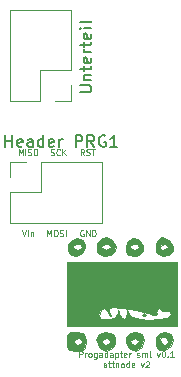
<source format=gto>
G04 #@! TF.GenerationSoftware,KiCad,Pcbnew,(5.1.8)-1*
G04 #@! TF.CreationDate,2021-02-09T21:34:11+01:00*
G04 #@! TF.ProjectId,attnodev2_prg_sml_u,6174746e-6f64-4657-9632-5f7072675f73,rev?*
G04 #@! TF.SameCoordinates,Original*
G04 #@! TF.FileFunction,Legend,Top*
G04 #@! TF.FilePolarity,Positive*
%FSLAX46Y46*%
G04 Gerber Fmt 4.6, Leading zero omitted, Abs format (unit mm)*
G04 Created by KiCad (PCBNEW (5.1.8)-1) date 2021-02-09 21:34:11*
%MOMM*%
%LPD*%
G01*
G04 APERTURE LIST*
%ADD10C,0.150000*%
%ADD11C,0.100000*%
%ADD12C,0.125000*%
%ADD13C,0.010000*%
%ADD14C,0.120000*%
G04 APERTURE END LIST*
D10*
X66482980Y-64596590D02*
X67292504Y-64596590D01*
X67387742Y-64548971D01*
X67435361Y-64501352D01*
X67482980Y-64406114D01*
X67482980Y-64215638D01*
X67435361Y-64120400D01*
X67387742Y-64072780D01*
X67292504Y-64025161D01*
X66482980Y-64025161D01*
X66816314Y-63548971D02*
X67482980Y-63548971D01*
X66911552Y-63548971D02*
X66863933Y-63501352D01*
X66816314Y-63406114D01*
X66816314Y-63263257D01*
X66863933Y-63168019D01*
X66959171Y-63120400D01*
X67482980Y-63120400D01*
X66816314Y-62787066D02*
X66816314Y-62406114D01*
X66482980Y-62644209D02*
X67340123Y-62644209D01*
X67435361Y-62596590D01*
X67482980Y-62501352D01*
X67482980Y-62406114D01*
X67435361Y-61691828D02*
X67482980Y-61787066D01*
X67482980Y-61977542D01*
X67435361Y-62072780D01*
X67340123Y-62120400D01*
X66959171Y-62120400D01*
X66863933Y-62072780D01*
X66816314Y-61977542D01*
X66816314Y-61787066D01*
X66863933Y-61691828D01*
X66959171Y-61644209D01*
X67054409Y-61644209D01*
X67149647Y-62120400D01*
X67482980Y-61215638D02*
X66816314Y-61215638D01*
X67006790Y-61215638D02*
X66911552Y-61168019D01*
X66863933Y-61120400D01*
X66816314Y-61025161D01*
X66816314Y-60929923D01*
X66816314Y-60739447D02*
X66816314Y-60358495D01*
X66482980Y-60596590D02*
X67340123Y-60596590D01*
X67435361Y-60548971D01*
X67482980Y-60453733D01*
X67482980Y-60358495D01*
X67435361Y-59644209D02*
X67482980Y-59739447D01*
X67482980Y-59929923D01*
X67435361Y-60025161D01*
X67340123Y-60072780D01*
X66959171Y-60072780D01*
X66863933Y-60025161D01*
X66816314Y-59929923D01*
X66816314Y-59739447D01*
X66863933Y-59644209D01*
X66959171Y-59596590D01*
X67054409Y-59596590D01*
X67149647Y-60072780D01*
X67482980Y-59168019D02*
X66816314Y-59168019D01*
X66482980Y-59168019D02*
X66530600Y-59215638D01*
X66578219Y-59168019D01*
X66530600Y-59120400D01*
X66482980Y-59168019D01*
X66578219Y-59168019D01*
X67482980Y-58548971D02*
X67435361Y-58644209D01*
X67340123Y-58691828D01*
X66482980Y-58691828D01*
D11*
X66802047Y-76305600D02*
X66754428Y-76281790D01*
X66683000Y-76281790D01*
X66611571Y-76305600D01*
X66563952Y-76353219D01*
X66540142Y-76400838D01*
X66516333Y-76496076D01*
X66516333Y-76567504D01*
X66540142Y-76662742D01*
X66563952Y-76710361D01*
X66611571Y-76757980D01*
X66683000Y-76781790D01*
X66730619Y-76781790D01*
X66802047Y-76757980D01*
X66825857Y-76734171D01*
X66825857Y-76567504D01*
X66730619Y-76567504D01*
X67040142Y-76781790D02*
X67040142Y-76281790D01*
X67325857Y-76781790D01*
X67325857Y-76281790D01*
X67563952Y-76781790D02*
X67563952Y-76281790D01*
X67683000Y-76281790D01*
X67754428Y-76305600D01*
X67802047Y-76353219D01*
X67825857Y-76400838D01*
X67849666Y-76496076D01*
X67849666Y-76567504D01*
X67825857Y-76662742D01*
X67802047Y-76710361D01*
X67754428Y-76757980D01*
X67683000Y-76781790D01*
X67563952Y-76781790D01*
X63730285Y-76781790D02*
X63730285Y-76281790D01*
X63896952Y-76638933D01*
X64063619Y-76281790D01*
X64063619Y-76781790D01*
X64396952Y-76281790D02*
X64492190Y-76281790D01*
X64539809Y-76305600D01*
X64587428Y-76353219D01*
X64611238Y-76448457D01*
X64611238Y-76615123D01*
X64587428Y-76710361D01*
X64539809Y-76757980D01*
X64492190Y-76781790D01*
X64396952Y-76781790D01*
X64349333Y-76757980D01*
X64301714Y-76710361D01*
X64277904Y-76615123D01*
X64277904Y-76448457D01*
X64301714Y-76353219D01*
X64349333Y-76305600D01*
X64396952Y-76281790D01*
X64801714Y-76757980D02*
X64873142Y-76781790D01*
X64992190Y-76781790D01*
X65039809Y-76757980D01*
X65063619Y-76734171D01*
X65087428Y-76686552D01*
X65087428Y-76638933D01*
X65063619Y-76591314D01*
X65039809Y-76567504D01*
X64992190Y-76543695D01*
X64896952Y-76519885D01*
X64849333Y-76496076D01*
X64825523Y-76472266D01*
X64801714Y-76424647D01*
X64801714Y-76377028D01*
X64825523Y-76329409D01*
X64849333Y-76305600D01*
X64896952Y-76281790D01*
X65016000Y-76281790D01*
X65087428Y-76305600D01*
X65301714Y-76781790D02*
X65301714Y-76281790D01*
X66858390Y-69923790D02*
X66691723Y-69685695D01*
X66572676Y-69923790D02*
X66572676Y-69423790D01*
X66763152Y-69423790D01*
X66810771Y-69447600D01*
X66834580Y-69471409D01*
X66858390Y-69519028D01*
X66858390Y-69590457D01*
X66834580Y-69638076D01*
X66810771Y-69661885D01*
X66763152Y-69685695D01*
X66572676Y-69685695D01*
X67048866Y-69899980D02*
X67120295Y-69923790D01*
X67239342Y-69923790D01*
X67286961Y-69899980D01*
X67310771Y-69876171D01*
X67334580Y-69828552D01*
X67334580Y-69780933D01*
X67310771Y-69733314D01*
X67286961Y-69709504D01*
X67239342Y-69685695D01*
X67144104Y-69661885D01*
X67096485Y-69638076D01*
X67072676Y-69614266D01*
X67048866Y-69566647D01*
X67048866Y-69519028D01*
X67072676Y-69471409D01*
X67096485Y-69447600D01*
X67144104Y-69423790D01*
X67263152Y-69423790D01*
X67334580Y-69447600D01*
X67477438Y-69423790D02*
X67763152Y-69423790D01*
X67620295Y-69923790D02*
X67620295Y-69423790D01*
X64025542Y-69899980D02*
X64096971Y-69923790D01*
X64216019Y-69923790D01*
X64263638Y-69899980D01*
X64287447Y-69876171D01*
X64311257Y-69828552D01*
X64311257Y-69780933D01*
X64287447Y-69733314D01*
X64263638Y-69709504D01*
X64216019Y-69685695D01*
X64120780Y-69661885D01*
X64073161Y-69638076D01*
X64049352Y-69614266D01*
X64025542Y-69566647D01*
X64025542Y-69519028D01*
X64049352Y-69471409D01*
X64073161Y-69447600D01*
X64120780Y-69423790D01*
X64239828Y-69423790D01*
X64311257Y-69447600D01*
X64811257Y-69876171D02*
X64787447Y-69899980D01*
X64716019Y-69923790D01*
X64668400Y-69923790D01*
X64596971Y-69899980D01*
X64549352Y-69852361D01*
X64525542Y-69804742D01*
X64501733Y-69709504D01*
X64501733Y-69638076D01*
X64525542Y-69542838D01*
X64549352Y-69495219D01*
X64596971Y-69447600D01*
X64668400Y-69423790D01*
X64716019Y-69423790D01*
X64787447Y-69447600D01*
X64811257Y-69471409D01*
X65025542Y-69923790D02*
X65025542Y-69423790D01*
X65311257Y-69923790D02*
X65096971Y-69638076D01*
X65311257Y-69423790D02*
X65025542Y-69709504D01*
X61616495Y-76281790D02*
X61783161Y-76781790D01*
X61949828Y-76281790D01*
X62116495Y-76781790D02*
X62116495Y-76448457D01*
X62116495Y-76281790D02*
X62092685Y-76305600D01*
X62116495Y-76329409D01*
X62140304Y-76305600D01*
X62116495Y-76281790D01*
X62116495Y-76329409D01*
X62354590Y-76448457D02*
X62354590Y-76781790D01*
X62354590Y-76496076D02*
X62378400Y-76472266D01*
X62426019Y-76448457D01*
X62497447Y-76448457D01*
X62545066Y-76472266D01*
X62568876Y-76519885D01*
X62568876Y-76781790D01*
X61317285Y-69923790D02*
X61317285Y-69423790D01*
X61483952Y-69780933D01*
X61650619Y-69423790D01*
X61650619Y-69923790D01*
X61888714Y-69923790D02*
X61888714Y-69423790D01*
X62103000Y-69899980D02*
X62174428Y-69923790D01*
X62293476Y-69923790D01*
X62341095Y-69899980D01*
X62364904Y-69876171D01*
X62388714Y-69828552D01*
X62388714Y-69780933D01*
X62364904Y-69733314D01*
X62341095Y-69709504D01*
X62293476Y-69685695D01*
X62198238Y-69661885D01*
X62150619Y-69638076D01*
X62126809Y-69614266D01*
X62103000Y-69566647D01*
X62103000Y-69519028D01*
X62126809Y-69471409D01*
X62150619Y-69447600D01*
X62198238Y-69423790D01*
X62317285Y-69423790D01*
X62388714Y-69447600D01*
X62698238Y-69423790D02*
X62793476Y-69423790D01*
X62841095Y-69447600D01*
X62888714Y-69495219D01*
X62912523Y-69590457D01*
X62912523Y-69757123D01*
X62888714Y-69852361D01*
X62841095Y-69899980D01*
X62793476Y-69923790D01*
X62698238Y-69923790D01*
X62650619Y-69899980D01*
X62603000Y-69852361D01*
X62579190Y-69757123D01*
X62579190Y-69590457D01*
X62603000Y-69495219D01*
X62650619Y-69447600D01*
X62698238Y-69423790D01*
D12*
X66446104Y-87012290D02*
X66446104Y-86512290D01*
X66636580Y-86512290D01*
X66684200Y-86536100D01*
X66708009Y-86559909D01*
X66731819Y-86607528D01*
X66731819Y-86678957D01*
X66708009Y-86726576D01*
X66684200Y-86750385D01*
X66636580Y-86774195D01*
X66446104Y-86774195D01*
X66946104Y-87012290D02*
X66946104Y-86678957D01*
X66946104Y-86774195D02*
X66969914Y-86726576D01*
X66993723Y-86702766D01*
X67041342Y-86678957D01*
X67088961Y-86678957D01*
X67327057Y-87012290D02*
X67279438Y-86988480D01*
X67255628Y-86964671D01*
X67231819Y-86917052D01*
X67231819Y-86774195D01*
X67255628Y-86726576D01*
X67279438Y-86702766D01*
X67327057Y-86678957D01*
X67398485Y-86678957D01*
X67446104Y-86702766D01*
X67469914Y-86726576D01*
X67493723Y-86774195D01*
X67493723Y-86917052D01*
X67469914Y-86964671D01*
X67446104Y-86988480D01*
X67398485Y-87012290D01*
X67327057Y-87012290D01*
X67922295Y-86678957D02*
X67922295Y-87083719D01*
X67898485Y-87131338D01*
X67874676Y-87155147D01*
X67827057Y-87178957D01*
X67755628Y-87178957D01*
X67708009Y-87155147D01*
X67922295Y-86988480D02*
X67874676Y-87012290D01*
X67779438Y-87012290D01*
X67731819Y-86988480D01*
X67708009Y-86964671D01*
X67684200Y-86917052D01*
X67684200Y-86774195D01*
X67708009Y-86726576D01*
X67731819Y-86702766D01*
X67779438Y-86678957D01*
X67874676Y-86678957D01*
X67922295Y-86702766D01*
X68374676Y-87012290D02*
X68374676Y-86750385D01*
X68350866Y-86702766D01*
X68303247Y-86678957D01*
X68208009Y-86678957D01*
X68160390Y-86702766D01*
X68374676Y-86988480D02*
X68327057Y-87012290D01*
X68208009Y-87012290D01*
X68160390Y-86988480D01*
X68136580Y-86940861D01*
X68136580Y-86893242D01*
X68160390Y-86845623D01*
X68208009Y-86821814D01*
X68327057Y-86821814D01*
X68374676Y-86798004D01*
X68827057Y-87012290D02*
X68827057Y-86512290D01*
X68827057Y-86988480D02*
X68779438Y-87012290D01*
X68684200Y-87012290D01*
X68636580Y-86988480D01*
X68612771Y-86964671D01*
X68588961Y-86917052D01*
X68588961Y-86774195D01*
X68612771Y-86726576D01*
X68636580Y-86702766D01*
X68684200Y-86678957D01*
X68779438Y-86678957D01*
X68827057Y-86702766D01*
X69279438Y-87012290D02*
X69279438Y-86750385D01*
X69255628Y-86702766D01*
X69208009Y-86678957D01*
X69112771Y-86678957D01*
X69065152Y-86702766D01*
X69279438Y-86988480D02*
X69231819Y-87012290D01*
X69112771Y-87012290D01*
X69065152Y-86988480D01*
X69041342Y-86940861D01*
X69041342Y-86893242D01*
X69065152Y-86845623D01*
X69112771Y-86821814D01*
X69231819Y-86821814D01*
X69279438Y-86798004D01*
X69517533Y-86678957D02*
X69517533Y-87178957D01*
X69517533Y-86702766D02*
X69565152Y-86678957D01*
X69660390Y-86678957D01*
X69708009Y-86702766D01*
X69731819Y-86726576D01*
X69755628Y-86774195D01*
X69755628Y-86917052D01*
X69731819Y-86964671D01*
X69708009Y-86988480D01*
X69660390Y-87012290D01*
X69565152Y-87012290D01*
X69517533Y-86988480D01*
X69898485Y-86678957D02*
X70088961Y-86678957D01*
X69969914Y-86512290D02*
X69969914Y-86940861D01*
X69993723Y-86988480D01*
X70041342Y-87012290D01*
X70088961Y-87012290D01*
X70446104Y-86988480D02*
X70398485Y-87012290D01*
X70303247Y-87012290D01*
X70255628Y-86988480D01*
X70231819Y-86940861D01*
X70231819Y-86750385D01*
X70255628Y-86702766D01*
X70303247Y-86678957D01*
X70398485Y-86678957D01*
X70446104Y-86702766D01*
X70469914Y-86750385D01*
X70469914Y-86798004D01*
X70231819Y-86845623D01*
X70684200Y-87012290D02*
X70684200Y-86678957D01*
X70684200Y-86774195D02*
X70708009Y-86726576D01*
X70731819Y-86702766D01*
X70779438Y-86678957D01*
X70827057Y-86678957D01*
X71350866Y-86988480D02*
X71398485Y-87012290D01*
X71493723Y-87012290D01*
X71541342Y-86988480D01*
X71565152Y-86940861D01*
X71565152Y-86917052D01*
X71541342Y-86869433D01*
X71493723Y-86845623D01*
X71422295Y-86845623D01*
X71374676Y-86821814D01*
X71350866Y-86774195D01*
X71350866Y-86750385D01*
X71374676Y-86702766D01*
X71422295Y-86678957D01*
X71493723Y-86678957D01*
X71541342Y-86702766D01*
X71779438Y-87012290D02*
X71779438Y-86678957D01*
X71779438Y-86726576D02*
X71803247Y-86702766D01*
X71850866Y-86678957D01*
X71922295Y-86678957D01*
X71969914Y-86702766D01*
X71993723Y-86750385D01*
X71993723Y-87012290D01*
X71993723Y-86750385D02*
X72017533Y-86702766D01*
X72065152Y-86678957D01*
X72136580Y-86678957D01*
X72184200Y-86702766D01*
X72208009Y-86750385D01*
X72208009Y-87012290D01*
X72517533Y-87012290D02*
X72469914Y-86988480D01*
X72446104Y-86940861D01*
X72446104Y-86512290D01*
X73041342Y-86678957D02*
X73160390Y-87012290D01*
X73279438Y-86678957D01*
X73565152Y-86512290D02*
X73612771Y-86512290D01*
X73660390Y-86536100D01*
X73684200Y-86559909D01*
X73708009Y-86607528D01*
X73731819Y-86702766D01*
X73731819Y-86821814D01*
X73708009Y-86917052D01*
X73684200Y-86964671D01*
X73660390Y-86988480D01*
X73612771Y-87012290D01*
X73565152Y-87012290D01*
X73517533Y-86988480D01*
X73493723Y-86964671D01*
X73469914Y-86917052D01*
X73446104Y-86821814D01*
X73446104Y-86702766D01*
X73469914Y-86607528D01*
X73493723Y-86559909D01*
X73517533Y-86536100D01*
X73565152Y-86512290D01*
X73946104Y-86964671D02*
X73969914Y-86988480D01*
X73946104Y-87012290D01*
X73922295Y-86988480D01*
X73946104Y-86964671D01*
X73946104Y-87012290D01*
X74446104Y-87012290D02*
X74160390Y-87012290D01*
X74303247Y-87012290D02*
X74303247Y-86512290D01*
X74255628Y-86583719D01*
X74208009Y-86631338D01*
X74160390Y-86655147D01*
X68743723Y-87887290D02*
X68743723Y-87625385D01*
X68719914Y-87577766D01*
X68672295Y-87553957D01*
X68577057Y-87553957D01*
X68529438Y-87577766D01*
X68743723Y-87863480D02*
X68696104Y-87887290D01*
X68577057Y-87887290D01*
X68529438Y-87863480D01*
X68505628Y-87815861D01*
X68505628Y-87768242D01*
X68529438Y-87720623D01*
X68577057Y-87696814D01*
X68696104Y-87696814D01*
X68743723Y-87673004D01*
X68910390Y-87553957D02*
X69100866Y-87553957D01*
X68981819Y-87387290D02*
X68981819Y-87815861D01*
X69005628Y-87863480D01*
X69053247Y-87887290D01*
X69100866Y-87887290D01*
X69196104Y-87553957D02*
X69386580Y-87553957D01*
X69267533Y-87387290D02*
X69267533Y-87815861D01*
X69291342Y-87863480D01*
X69338961Y-87887290D01*
X69386580Y-87887290D01*
X69553247Y-87553957D02*
X69553247Y-87887290D01*
X69553247Y-87601576D02*
X69577057Y-87577766D01*
X69624676Y-87553957D01*
X69696104Y-87553957D01*
X69743723Y-87577766D01*
X69767533Y-87625385D01*
X69767533Y-87887290D01*
X70077057Y-87887290D02*
X70029438Y-87863480D01*
X70005628Y-87839671D01*
X69981819Y-87792052D01*
X69981819Y-87649195D01*
X70005628Y-87601576D01*
X70029438Y-87577766D01*
X70077057Y-87553957D01*
X70148485Y-87553957D01*
X70196104Y-87577766D01*
X70219914Y-87601576D01*
X70243723Y-87649195D01*
X70243723Y-87792052D01*
X70219914Y-87839671D01*
X70196104Y-87863480D01*
X70148485Y-87887290D01*
X70077057Y-87887290D01*
X70672295Y-87887290D02*
X70672295Y-87387290D01*
X70672295Y-87863480D02*
X70624676Y-87887290D01*
X70529438Y-87887290D01*
X70481819Y-87863480D01*
X70458009Y-87839671D01*
X70434200Y-87792052D01*
X70434200Y-87649195D01*
X70458009Y-87601576D01*
X70481819Y-87577766D01*
X70529438Y-87553957D01*
X70624676Y-87553957D01*
X70672295Y-87577766D01*
X71100866Y-87863480D02*
X71053247Y-87887290D01*
X70958009Y-87887290D01*
X70910390Y-87863480D01*
X70886580Y-87815861D01*
X70886580Y-87625385D01*
X70910390Y-87577766D01*
X70958009Y-87553957D01*
X71053247Y-87553957D01*
X71100866Y-87577766D01*
X71124676Y-87625385D01*
X71124676Y-87673004D01*
X70886580Y-87720623D01*
X71672295Y-87553957D02*
X71791342Y-87887290D01*
X71910390Y-87553957D01*
X72077057Y-87434909D02*
X72100866Y-87411100D01*
X72148485Y-87387290D01*
X72267533Y-87387290D01*
X72315152Y-87411100D01*
X72338961Y-87434909D01*
X72362771Y-87482528D01*
X72362771Y-87530147D01*
X72338961Y-87601576D01*
X72053247Y-87887290D01*
X72362771Y-87887290D01*
D13*
G36*
X66751172Y-84961071D02*
G01*
X66960574Y-85273578D01*
X66985147Y-85696926D01*
X66918896Y-86265057D01*
X66606389Y-86474459D01*
X66183042Y-86499032D01*
X65614911Y-86432781D01*
X65405509Y-86120274D01*
X65380936Y-85696926D01*
X65383274Y-85676874D01*
X65966919Y-85676874D01*
X66095983Y-85920671D01*
X66316726Y-85964295D01*
X66649485Y-85828632D01*
X66666533Y-85676874D01*
X66390507Y-85400639D01*
X66316726Y-85389453D01*
X66003227Y-85597604D01*
X65966919Y-85676874D01*
X65383274Y-85676874D01*
X65447187Y-85128795D01*
X65759694Y-84919394D01*
X66183042Y-84894821D01*
X66751172Y-84961071D01*
G37*
X66751172Y-84961071D02*
X66960574Y-85273578D01*
X66985147Y-85696926D01*
X66918896Y-86265057D01*
X66606389Y-86474459D01*
X66183042Y-86499032D01*
X65614911Y-86432781D01*
X65405509Y-86120274D01*
X65380936Y-85696926D01*
X65383274Y-85676874D01*
X65966919Y-85676874D01*
X66095983Y-85920671D01*
X66316726Y-85964295D01*
X66649485Y-85828632D01*
X66666533Y-85676874D01*
X66390507Y-85400639D01*
X66316726Y-85389453D01*
X66003227Y-85597604D01*
X65966919Y-85676874D01*
X65383274Y-85676874D01*
X65447187Y-85128795D01*
X65759694Y-84919394D01*
X66183042Y-84894821D01*
X66751172Y-84961071D01*
G36*
X69271482Y-85064359D02*
G01*
X69501154Y-85329762D01*
X69480864Y-85892713D01*
X69123902Y-86359905D01*
X68723042Y-86499032D01*
X68275955Y-86312196D01*
X68082745Y-86131867D01*
X67926377Y-85676874D01*
X68373235Y-85676874D01*
X68502299Y-85920671D01*
X68723042Y-85964295D01*
X69055801Y-85828632D01*
X69072849Y-85676874D01*
X68796822Y-85400639D01*
X68723042Y-85389453D01*
X68409543Y-85597604D01*
X68373235Y-85676874D01*
X67926377Y-85676874D01*
X67894313Y-85583579D01*
X68130345Y-85108480D01*
X68693188Y-84895237D01*
X68723042Y-84894821D01*
X69271482Y-85064359D01*
G37*
X69271482Y-85064359D02*
X69501154Y-85329762D01*
X69480864Y-85892713D01*
X69123902Y-86359905D01*
X68723042Y-86499032D01*
X68275955Y-86312196D01*
X68082745Y-86131867D01*
X67926377Y-85676874D01*
X68373235Y-85676874D01*
X68502299Y-85920671D01*
X68723042Y-85964295D01*
X69055801Y-85828632D01*
X69072849Y-85676874D01*
X68796822Y-85400639D01*
X68723042Y-85389453D01*
X68409543Y-85597604D01*
X68373235Y-85676874D01*
X67926377Y-85676874D01*
X67894313Y-85583579D01*
X68130345Y-85108480D01*
X68693188Y-84895237D01*
X68723042Y-84894821D01*
X69271482Y-85064359D01*
G36*
X71756689Y-85107244D02*
G01*
X71949285Y-85592585D01*
X71776949Y-86122947D01*
X71769654Y-86131867D01*
X71234809Y-86475002D01*
X70715563Y-86309862D01*
X70482857Y-86005254D01*
X70438681Y-85676874D01*
X70779550Y-85676874D01*
X70908614Y-85920671D01*
X71129357Y-85964295D01*
X71462116Y-85828632D01*
X71479164Y-85676874D01*
X71203138Y-85400639D01*
X71129357Y-85389453D01*
X70815859Y-85597604D01*
X70779550Y-85676874D01*
X70438681Y-85676874D01*
X70405201Y-85428010D01*
X70760994Y-85014456D01*
X71287910Y-84894821D01*
X71756689Y-85107244D01*
G37*
X71756689Y-85107244D02*
X71949285Y-85592585D01*
X71776949Y-86122947D01*
X71769654Y-86131867D01*
X71234809Y-86475002D01*
X70715563Y-86309862D01*
X70482857Y-86005254D01*
X70438681Y-85676874D01*
X70779550Y-85676874D01*
X70908614Y-85920671D01*
X71129357Y-85964295D01*
X71462116Y-85828632D01*
X71479164Y-85676874D01*
X71203138Y-85400639D01*
X71129357Y-85389453D01*
X70815859Y-85597604D01*
X70779550Y-85676874D01*
X70438681Y-85676874D01*
X70405201Y-85428010D01*
X70760994Y-85014456D01*
X71287910Y-84894821D01*
X71756689Y-85107244D01*
G36*
X74215304Y-85095280D02*
G01*
X74412054Y-85570373D01*
X74201268Y-86101384D01*
X73686498Y-86457367D01*
X73198211Y-86398738D01*
X72963940Y-86097979D01*
X72932155Y-85610058D01*
X73247953Y-85610058D01*
X73461929Y-85900469D01*
X73685137Y-85964295D01*
X73931898Y-85784905D01*
X73936726Y-85741488D01*
X73762312Y-85354014D01*
X73400260Y-85300207D01*
X73360335Y-85321617D01*
X73247953Y-85610058D01*
X72932155Y-85610058D01*
X72921331Y-85443907D01*
X73266992Y-84996289D01*
X73669357Y-84894821D01*
X74215304Y-85095280D01*
G37*
X74215304Y-85095280D02*
X74412054Y-85570373D01*
X74201268Y-86101384D01*
X73686498Y-86457367D01*
X73198211Y-86398738D01*
X72963940Y-86097979D01*
X72932155Y-85610058D01*
X73247953Y-85610058D01*
X73461929Y-85900469D01*
X73685137Y-85964295D01*
X73931898Y-85784905D01*
X73936726Y-85741488D01*
X73762312Y-85354014D01*
X73400260Y-85300207D01*
X73360335Y-85321617D01*
X73247953Y-85610058D01*
X72932155Y-85610058D01*
X72921331Y-85443907D01*
X73266992Y-84996289D01*
X73669357Y-84894821D01*
X74215304Y-85095280D01*
G36*
X74738831Y-84360084D02*
G01*
X65380936Y-84360084D01*
X65380936Y-83543110D01*
X68081060Y-83543110D01*
X68285223Y-83773236D01*
X68856726Y-83825347D01*
X69477007Y-83718684D01*
X69689286Y-83365269D01*
X69689846Y-83357453D01*
X69727192Y-83027936D01*
X69806114Y-83217801D01*
X69843135Y-83357453D01*
X70063374Y-83753951D01*
X70213172Y-83825347D01*
X70438431Y-83603340D01*
X70491951Y-83357453D01*
X70529297Y-83027936D01*
X70608219Y-83217801D01*
X70645240Y-83357453D01*
X70950083Y-83629069D01*
X71587829Y-83801600D01*
X72394628Y-83873287D01*
X73206631Y-83842369D01*
X73859985Y-83707085D01*
X74190841Y-83465675D01*
X74204094Y-83395689D01*
X74039699Y-83092106D01*
X73803042Y-83119930D01*
X73459145Y-83118065D01*
X73401989Y-82999071D01*
X73237110Y-82848477D01*
X73130259Y-82892253D01*
X72966608Y-83197910D01*
X72997849Y-83285614D01*
X72909508Y-83432126D01*
X72667999Y-83421280D01*
X72271173Y-83319811D01*
X72198831Y-83276945D01*
X71944138Y-83179166D01*
X71225122Y-83039499D01*
X70109384Y-82870876D01*
X69990566Y-82854550D01*
X69288064Y-82782306D01*
X68991391Y-82851074D01*
X68980982Y-83102344D01*
X69008122Y-83195449D01*
X69104383Y-83538158D01*
X68999273Y-83429386D01*
X68845676Y-83191690D01*
X68560313Y-82867079D01*
X68331053Y-83003481D01*
X68294846Y-83058006D01*
X68081060Y-83543110D01*
X65380936Y-83543110D01*
X65380936Y-79012716D01*
X74738831Y-79012716D01*
X74738831Y-84360084D01*
G37*
X74738831Y-84360084D02*
X65380936Y-84360084D01*
X65380936Y-83543110D01*
X68081060Y-83543110D01*
X68285223Y-83773236D01*
X68856726Y-83825347D01*
X69477007Y-83718684D01*
X69689286Y-83365269D01*
X69689846Y-83357453D01*
X69727192Y-83027936D01*
X69806114Y-83217801D01*
X69843135Y-83357453D01*
X70063374Y-83753951D01*
X70213172Y-83825347D01*
X70438431Y-83603340D01*
X70491951Y-83357453D01*
X70529297Y-83027936D01*
X70608219Y-83217801D01*
X70645240Y-83357453D01*
X70950083Y-83629069D01*
X71587829Y-83801600D01*
X72394628Y-83873287D01*
X73206631Y-83842369D01*
X73859985Y-83707085D01*
X74190841Y-83465675D01*
X74204094Y-83395689D01*
X74039699Y-83092106D01*
X73803042Y-83119930D01*
X73459145Y-83118065D01*
X73401989Y-82999071D01*
X73237110Y-82848477D01*
X73130259Y-82892253D01*
X72966608Y-83197910D01*
X72997849Y-83285614D01*
X72909508Y-83432126D01*
X72667999Y-83421280D01*
X72271173Y-83319811D01*
X72198831Y-83276945D01*
X71944138Y-83179166D01*
X71225122Y-83039499D01*
X70109384Y-82870876D01*
X69990566Y-82854550D01*
X69288064Y-82782306D01*
X68991391Y-82851074D01*
X68980982Y-83102344D01*
X69008122Y-83195449D01*
X69104383Y-83538158D01*
X68999273Y-83429386D01*
X68845676Y-83191690D01*
X68560313Y-82867079D01*
X68331053Y-83003481D01*
X68294846Y-83058006D01*
X68081060Y-83543110D01*
X65380936Y-83543110D01*
X65380936Y-79012716D01*
X74738831Y-79012716D01*
X74738831Y-84360084D01*
G36*
X66729229Y-77069477D02*
G01*
X66946274Y-77546005D01*
X66937057Y-77741520D01*
X66673911Y-78223992D01*
X66194934Y-78447202D01*
X65711923Y-78362785D01*
X65476864Y-78074946D01*
X65503018Y-77675874D01*
X65915673Y-77675874D01*
X66132230Y-77913077D01*
X66316726Y-77943242D01*
X66672531Y-77798871D01*
X66717778Y-77675874D01*
X66501221Y-77438670D01*
X66316726Y-77408505D01*
X65960920Y-77552876D01*
X65915673Y-77675874D01*
X65503018Y-77675874D01*
X65511635Y-77544398D01*
X65724696Y-77217528D01*
X66263536Y-76934700D01*
X66729229Y-77069477D01*
G37*
X66729229Y-77069477D02*
X66946274Y-77546005D01*
X66937057Y-77741520D01*
X66673911Y-78223992D01*
X66194934Y-78447202D01*
X65711923Y-78362785D01*
X65476864Y-78074946D01*
X65503018Y-77675874D01*
X65915673Y-77675874D01*
X66132230Y-77913077D01*
X66316726Y-77943242D01*
X66672531Y-77798871D01*
X66717778Y-77675874D01*
X66501221Y-77438670D01*
X66316726Y-77408505D01*
X65960920Y-77552876D01*
X65915673Y-77675874D01*
X65503018Y-77675874D01*
X65511635Y-77544398D01*
X65724696Y-77217528D01*
X66263536Y-76934700D01*
X66729229Y-77069477D01*
G36*
X69227263Y-77099001D02*
G01*
X69521318Y-77610093D01*
X69501154Y-78043038D01*
X69130336Y-78390417D01*
X68567708Y-78455598D01*
X68075673Y-78238580D01*
X67944929Y-78043038D01*
X67958162Y-77675874D01*
X68321989Y-77675874D01*
X68538546Y-77913077D01*
X68723042Y-77943242D01*
X69078847Y-77798871D01*
X69124094Y-77675874D01*
X68907537Y-77438670D01*
X68723042Y-77408505D01*
X68367236Y-77552876D01*
X68321989Y-77675874D01*
X67958162Y-77675874D01*
X67965219Y-77480087D01*
X68322181Y-77012895D01*
X68723042Y-76873768D01*
X69227263Y-77099001D01*
G37*
X69227263Y-77099001D02*
X69521318Y-77610093D01*
X69501154Y-78043038D01*
X69130336Y-78390417D01*
X68567708Y-78455598D01*
X68075673Y-78238580D01*
X67944929Y-78043038D01*
X67958162Y-77675874D01*
X68321989Y-77675874D01*
X68538546Y-77913077D01*
X68723042Y-77943242D01*
X69078847Y-77798871D01*
X69124094Y-77675874D01*
X68907537Y-77438670D01*
X68723042Y-77408505D01*
X68367236Y-77552876D01*
X68321989Y-77675874D01*
X67958162Y-77675874D01*
X67965219Y-77480087D01*
X68322181Y-77012895D01*
X68723042Y-76873768D01*
X69227263Y-77099001D01*
G36*
X71423415Y-77021779D02*
G01*
X71447908Y-77036592D01*
X71884271Y-77512679D01*
X71887582Y-78013685D01*
X71484973Y-78366391D01*
X71230355Y-78425600D01*
X70614150Y-78351954D01*
X70379772Y-78117378D01*
X70402976Y-77675874D01*
X70728305Y-77675874D01*
X70944862Y-77913077D01*
X71129357Y-77943242D01*
X71485163Y-77798871D01*
X71530410Y-77675874D01*
X71313853Y-77438670D01*
X71129357Y-77408505D01*
X70773552Y-77552876D01*
X70728305Y-77675874D01*
X70402976Y-77675874D01*
X70406369Y-77611317D01*
X70597325Y-77233967D01*
X70979607Y-76901362D01*
X71423415Y-77021779D01*
G37*
X71423415Y-77021779D02*
X71447908Y-77036592D01*
X71884271Y-77512679D01*
X71887582Y-78013685D01*
X71484973Y-78366391D01*
X71230355Y-78425600D01*
X70614150Y-78351954D01*
X70379772Y-78117378D01*
X70402976Y-77675874D01*
X70728305Y-77675874D01*
X70944862Y-77913077D01*
X71129357Y-77943242D01*
X71485163Y-77798871D01*
X71530410Y-77675874D01*
X71313853Y-77438670D01*
X71129357Y-77408505D01*
X70773552Y-77552876D01*
X70728305Y-77675874D01*
X70402976Y-77675874D01*
X70406369Y-77611317D01*
X70597325Y-77233967D01*
X70979607Y-76901362D01*
X71423415Y-77021779D01*
G36*
X74016016Y-77090421D02*
G01*
X74360935Y-77583600D01*
X74376082Y-78073521D01*
X74014367Y-78405500D01*
X73476460Y-78448996D01*
X73035236Y-78203350D01*
X72963940Y-78076926D01*
X72931579Y-77675874D01*
X73268305Y-77675874D01*
X73328917Y-77904768D01*
X73519894Y-77943242D01*
X73885711Y-77803649D01*
X73936726Y-77675874D01*
X73744828Y-77416158D01*
X73685137Y-77408505D01*
X73323030Y-77602855D01*
X73268305Y-77675874D01*
X72931579Y-77675874D01*
X72915038Y-77470883D01*
X73167100Y-77003145D01*
X73494544Y-76873768D01*
X74016016Y-77090421D01*
G37*
X74016016Y-77090421D02*
X74360935Y-77583600D01*
X74376082Y-78073521D01*
X74014367Y-78405500D01*
X73476460Y-78448996D01*
X73035236Y-78203350D01*
X72963940Y-78076926D01*
X72931579Y-77675874D01*
X73268305Y-77675874D01*
X73328917Y-77904768D01*
X73519894Y-77943242D01*
X73885711Y-77803649D01*
X73936726Y-77675874D01*
X73744828Y-77416158D01*
X73685137Y-77408505D01*
X73323030Y-77602855D01*
X73268305Y-77675874D01*
X72931579Y-77675874D01*
X72915038Y-77470883D01*
X73167100Y-77003145D01*
X73494544Y-76873768D01*
X74016016Y-77090421D01*
G36*
X72065147Y-83424295D02*
G01*
X71931463Y-83557979D01*
X71797778Y-83424295D01*
X71931463Y-83290610D01*
X72065147Y-83424295D01*
G37*
X72065147Y-83424295D02*
X71931463Y-83557979D01*
X71797778Y-83424295D01*
X71931463Y-83290610D01*
X72065147Y-83424295D01*
D14*
X60620600Y-71800000D02*
X60620600Y-70470000D01*
X60620600Y-70470000D02*
X61950600Y-70470000D01*
X60620600Y-73070000D02*
X63220600Y-73070000D01*
X63220600Y-73070000D02*
X63220600Y-70470000D01*
X63220600Y-70470000D02*
X68360600Y-70470000D01*
X68360600Y-75670000D02*
X68360600Y-70470000D01*
X60620600Y-75670000D02*
X68360600Y-75670000D01*
X60620600Y-75670000D02*
X60620600Y-73070000D01*
X65769800Y-65338000D02*
X64439800Y-65338000D01*
X65769800Y-64008000D02*
X65769800Y-65338000D01*
X63169800Y-65338000D02*
X60569800Y-65338000D01*
X63169800Y-62738000D02*
X63169800Y-65338000D01*
X65769800Y-62738000D02*
X63169800Y-62738000D01*
X60569800Y-65338000D02*
X60569800Y-57598000D01*
X65769800Y-62738000D02*
X65769800Y-57598000D01*
X65769800Y-57598000D02*
X60569800Y-57598000D01*
D10*
X60182714Y-69235580D02*
X60182714Y-68235580D01*
X60182714Y-68711771D02*
X60754142Y-68711771D01*
X60754142Y-69235580D02*
X60754142Y-68235580D01*
X61611285Y-69187961D02*
X61516047Y-69235580D01*
X61325571Y-69235580D01*
X61230333Y-69187961D01*
X61182714Y-69092723D01*
X61182714Y-68711771D01*
X61230333Y-68616533D01*
X61325571Y-68568914D01*
X61516047Y-68568914D01*
X61611285Y-68616533D01*
X61658904Y-68711771D01*
X61658904Y-68807009D01*
X61182714Y-68902247D01*
X62516047Y-69235580D02*
X62516047Y-68711771D01*
X62468428Y-68616533D01*
X62373190Y-68568914D01*
X62182714Y-68568914D01*
X62087476Y-68616533D01*
X62516047Y-69187961D02*
X62420809Y-69235580D01*
X62182714Y-69235580D01*
X62087476Y-69187961D01*
X62039857Y-69092723D01*
X62039857Y-68997485D01*
X62087476Y-68902247D01*
X62182714Y-68854628D01*
X62420809Y-68854628D01*
X62516047Y-68807009D01*
X63420809Y-69235580D02*
X63420809Y-68235580D01*
X63420809Y-69187961D02*
X63325571Y-69235580D01*
X63135095Y-69235580D01*
X63039857Y-69187961D01*
X62992238Y-69140342D01*
X62944619Y-69045104D01*
X62944619Y-68759390D01*
X62992238Y-68664152D01*
X63039857Y-68616533D01*
X63135095Y-68568914D01*
X63325571Y-68568914D01*
X63420809Y-68616533D01*
X64277952Y-69187961D02*
X64182714Y-69235580D01*
X63992238Y-69235580D01*
X63897000Y-69187961D01*
X63849380Y-69092723D01*
X63849380Y-68711771D01*
X63897000Y-68616533D01*
X63992238Y-68568914D01*
X64182714Y-68568914D01*
X64277952Y-68616533D01*
X64325571Y-68711771D01*
X64325571Y-68807009D01*
X63849380Y-68902247D01*
X64754142Y-69235580D02*
X64754142Y-68568914D01*
X64754142Y-68759390D02*
X64801761Y-68664152D01*
X64849380Y-68616533D01*
X64944619Y-68568914D01*
X65039857Y-68568914D01*
X66135095Y-69235580D02*
X66135095Y-68235580D01*
X66516047Y-68235580D01*
X66611285Y-68283200D01*
X66658904Y-68330819D01*
X66706523Y-68426057D01*
X66706523Y-68568914D01*
X66658904Y-68664152D01*
X66611285Y-68711771D01*
X66516047Y-68759390D01*
X66135095Y-68759390D01*
X67706523Y-69235580D02*
X67373190Y-68759390D01*
X67135095Y-69235580D02*
X67135095Y-68235580D01*
X67516047Y-68235580D01*
X67611285Y-68283200D01*
X67658904Y-68330819D01*
X67706523Y-68426057D01*
X67706523Y-68568914D01*
X67658904Y-68664152D01*
X67611285Y-68711771D01*
X67516047Y-68759390D01*
X67135095Y-68759390D01*
X68658904Y-68283200D02*
X68563666Y-68235580D01*
X68420809Y-68235580D01*
X68277952Y-68283200D01*
X68182714Y-68378438D01*
X68135095Y-68473676D01*
X68087476Y-68664152D01*
X68087476Y-68807009D01*
X68135095Y-68997485D01*
X68182714Y-69092723D01*
X68277952Y-69187961D01*
X68420809Y-69235580D01*
X68516047Y-69235580D01*
X68658904Y-69187961D01*
X68706523Y-69140342D01*
X68706523Y-68807009D01*
X68516047Y-68807009D01*
X69658904Y-69235580D02*
X69087476Y-69235580D01*
X69373190Y-69235580D02*
X69373190Y-68235580D01*
X69277952Y-68378438D01*
X69182714Y-68473676D01*
X69087476Y-68521295D01*
M02*

</source>
